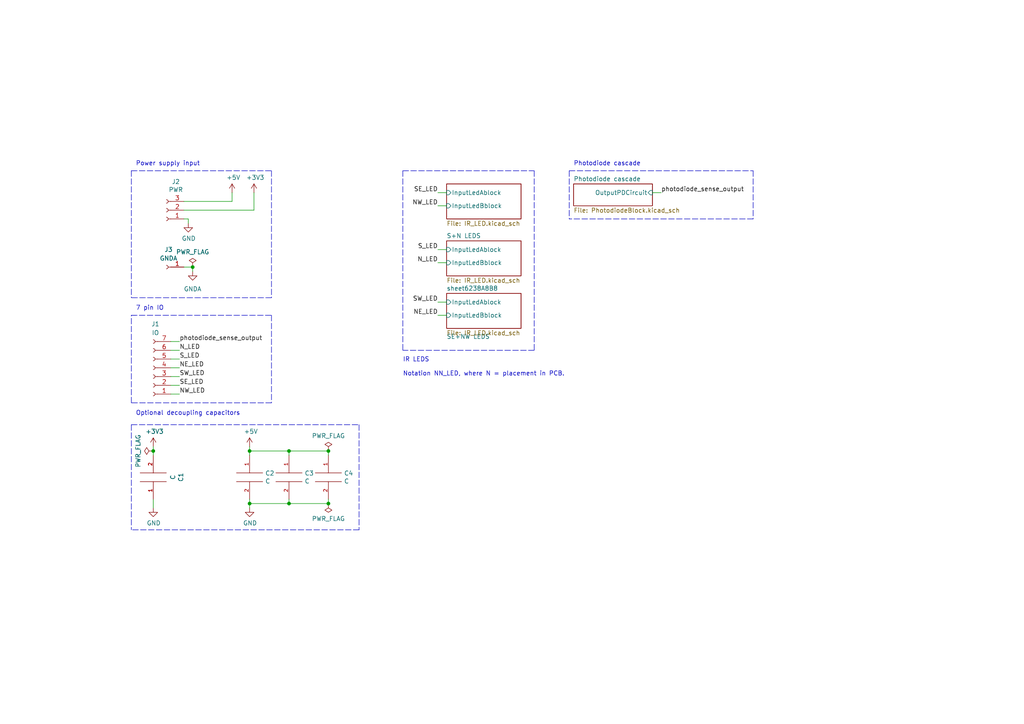
<source format=kicad_sch>
(kicad_sch (version 20211123) (generator eeschema)
  (paper "A4")
  (lib_symbols
    (symbol "Connector:Conn_01x01_Female" (pin_names (offset 1.016) hide)
      (property "Reference" "J" (at 0 2.54 0))
      (property "Value" "Conn_01x01_Female" (at 0 -2.54 0))
      (symbol "Conn_01x01_Female_1_1"
        (polyline (pts (xy -1.27 0) (xy -0.508 0)) (stroke (width 0.1524)))
        (arc (start 0 0.508) (mid -0.508 0) (end 0 -0.508) (stroke (width 0.1524)))
        (pin passive line (at -5.08 0 0) (length 3.81) (name "Pin_1") (number "1"))
      )
    )
    (symbol "Connector:Conn_01x03_Female" (pin_names (offset 1.016) hide)
      (property "Reference" "J" (at 0 5.08 0))
      (property "Value" "Conn_01x03_Female" (at 0 -5.08 0))
      (symbol "Conn_01x03_Female_1_1"
        (arc (start 0 -2.032) (mid -0.508 -2.54) (end 0 -3.048) (stroke (width 0.1524)))
        (polyline (pts (xy -1.27 -2.54) (xy -0.508 -2.54)) (stroke (width 0.1524)))
        (polyline (pts (xy -1.27 0) (xy -0.508 0)) (stroke (width 0.1524)))
        (polyline (pts (xy -1.27 2.54) (xy -0.508 2.54)) (stroke (width 0.1524)))
        (arc (start 0 0.508) (mid -0.508 0) (end 0 -0.508) (stroke (width 0.1524)))
        (arc (start 0 3.048) (mid -0.508 2.54) (end 0 2.032) (stroke (width 0.1524)))
        (pin passive line (at -5.08 2.54 0) (length 3.81) (name "Pin_1") (number "1"))
        (pin passive line (at -5.08 0 0) (length 3.81) (name "Pin_2") (number "2"))
        (pin passive line (at -5.08 -2.54 0) (length 3.81) (name "Pin_3") (number "3"))
      )
    )
    (symbol "Connector:Conn_01x07_Female" (pin_names (offset 1.016) hide)
      (property "Reference" "J" (at 0 10.16 0))
      (property "Value" "Conn_01x07_Female" (at 0 -10.16 0))
      (symbol "Conn_01x07_Female_1_1"
        (arc (start 0 -7.112) (mid -0.508 -7.62) (end 0 -8.128) (stroke (width 0.1524)))
        (arc (start 0 -4.572) (mid -0.508 -5.08) (end 0 -5.588) (stroke (width 0.1524)))
        (arc (start 0 -2.032) (mid -0.508 -2.54) (end 0 -3.048) (stroke (width 0.1524)))
        (polyline (pts (xy -1.27 -7.62) (xy -0.508 -7.62)) (stroke (width 0.1524)))
        (polyline (pts (xy -1.27 -5.08) (xy -0.508 -5.08)) (stroke (width 0.1524)))
        (polyline (pts (xy -1.27 -2.54) (xy -0.508 -2.54)) (stroke (width 0.1524)))
        (polyline (pts (xy -1.27 0) (xy -0.508 0)) (stroke (width 0.1524)))
        (polyline (pts (xy -1.27 2.54) (xy -0.508 2.54)) (stroke (width 0.1524)))
        (polyline (pts (xy -1.27 5.08) (xy -0.508 5.08)) (stroke (width 0.1524)))
        (polyline (pts (xy -1.27 7.62) (xy -0.508 7.62)) (stroke (width 0.1524)))
        (arc (start 0 0.508) (mid -0.508 0) (end 0 -0.508) (stroke (width 0.1524)))
        (arc (start 0 3.048) (mid -0.508 2.54) (end 0 2.032) (stroke (width 0.1524)))
        (arc (start 0 5.588) (mid -0.508 5.08) (end 0 4.572) (stroke (width 0.1524)))
        (arc (start 0 8.128) (mid -0.508 7.62) (end 0 7.112) (stroke (width 0.1524)))
        (pin passive line (at -5.08 7.62 0) (length 3.81) (name "Pin_1") (number "1"))
        (pin passive line (at -5.08 5.08 0) (length 3.81) (name "Pin_2") (number "2"))
        (pin passive line (at -5.08 2.54 0) (length 3.81) (name "Pin_3") (number "3"))
        (pin passive line (at -5.08 0 0) (length 3.81) (name "Pin_4") (number "4"))
        (pin passive line (at -5.08 -2.54 0) (length 3.81) (name "Pin_5") (number "5"))
        (pin passive line (at -5.08 -5.08 0) (length 3.81) (name "Pin_6") (number "6"))
        (pin passive line (at -5.08 -7.62 0) (length 3.81) (name "Pin_7") (number "7"))
      )
    )
    (symbol "power:+3.3V" (power) (pin_names (offset 0))
      (property "Value" "+3.3V" (at 0 3.556 0))
      (symbol "+3.3V_0_1"
        (polyline (pts (xy -0.762 1.27) (xy 0 2.54)))
        (polyline (pts (xy 0 0) (xy 0 2.54)))
        (polyline (pts (xy 0 2.54) (xy 0.762 1.27)))
      )
      (symbol "+3.3V_1_1"
        (pin power_in line (at 0 0 90) (length 0) hide (name "+3V3") (number "1"))
      )
    )
    (symbol "power:+5V" (power) (pin_names (offset 0))
      (property "Value" "+5V" (at 0 3.556 0))
      (symbol "+5V_0_1"
        (polyline (pts (xy -0.762 1.27) (xy 0 2.54)))
        (polyline (pts (xy 0 0) (xy 0 2.54)))
        (polyline (pts (xy 0 2.54) (xy 0.762 1.27)))
      )
      (symbol "+5V_1_1"
        (pin power_in line (at 0 0 90) (length 0) hide (name "+5V") (number "1"))
      )
    )
    (symbol "power:GND" (power) (pin_names (offset 0))
      (property "Value" "GND" (at 0 -3.81 0))
      (symbol "GND_0_1"
        (polyline (pts (xy 0 0) (xy 0 -1.27) (xy 1.27 -1.27) (xy 0 -2.54) (xy -1.27 -1.27) (xy 0 -1.27)))
      )
      (symbol "GND_1_1"
        (pin power_in line (at 0 0 270) (length 0) hide (name "GND") (number "1"))
      )
    )
    (symbol "power:GNDA" (power) (pin_names (offset 0))
      (property "Value" "GNDA" (at 0 -3.81 0))
      (symbol "GNDA_0_1"
        (polyline (pts (xy 0 0) (xy 0 -1.27) (xy 1.27 -1.27) (xy 0 -2.54) (xy -1.27 -1.27) (xy 0 -1.27)))
      )
      (symbol "GNDA_1_1"
        (pin power_in line (at 0 0 270) (length 0) hide (name "GNDA") (number "1"))
      )
    )
    (symbol "power:PWR_FLAG" (power) (pin_numbers hide) (pin_names (offset 0) hide)
      (property "Value" "PWR_FLAG" (at 0 3.81 0))
      (symbol "PWR_FLAG_0_0"
        (pin power_out line (at 0 0 90) (length 0) (name "pwr") (number "1"))
      )
      (symbol "PWR_FLAG_0_1"
        (polyline (pts (xy 0 0) (xy 0 1.27) (xy -1.016 1.905) (xy 0 2.54) (xy 1.016 1.905) (xy 0 1.27)))
      )
    )
    (symbol "pspice:C" (pin_names (offset 0.254))
      (property "Reference" "C" (at 2.54 3.81 90))
      (property "Value" "C" (at 2.54 -3.81 90))
      (symbol "C_0_1"
        (polyline (pts (xy -3.81 -1.27) (xy 3.81 -1.27)))
        (polyline (pts (xy -3.81 1.27) (xy 3.81 1.27)))
      )
      (symbol "C_1_1"
        (pin passive line (at 0 6.35 270) (length 5.08) (name "~") (number "1"))
        (pin passive line (at 0 -6.35 90) (length 5.08) (name "~") (number "2"))
      )
    )
  )
  (junction (at 95.25 146.05))
  (junction (at 72.39 130.81))
  (junction (at 83.82 146.05))
  (junction (at 55.88 77.47))
  (junction (at 83.82 130.81))
  (junction (at 72.39 146.05))
  (junction (at 44.45 130.81))
  (junction (at 95.25 130.81))
  (polyline (pts (xy 116.84 49.53) (xy 154.94 49.53)))
  (wire (pts (xy 127 55.88) (xy 129.54 55.88)))
  (wire (pts (xy 127 72.39) (xy 129.54 72.39)))
  (wire (pts (xy 55.88 77.47) (xy 55.88 78.74)))
  (wire (pts (xy 44.45 130.81) (xy 44.45 132.08)))
  (polyline (pts (xy 78.74 91.44) (xy 78.74 116.84)))
  (wire (pts (xy 95.25 132.08) (xy 95.25 130.81)))
  (wire (pts (xy 83.82 144.78) (xy 83.82 146.05)))
  (wire (pts (xy 72.39 146.05) (xy 83.82 146.05)))
  (wire (pts (xy 127 91.44) (xy 129.54 91.44)))
  (polyline (pts (xy 218.44 63.5) (xy 165.1 63.5)))
  (polyline (pts (xy 218.44 49.53) (xy 218.44 63.5)))
  (polyline (pts (xy 116.84 49.53) (xy 116.84 101.6)))
  (polyline (pts (xy 38.1 49.53) (xy 78.74 49.53)))
  (polyline (pts (xy 154.94 49.53) (xy 154.94 101.6)))
  (wire (pts (xy 49.53 106.68) (xy 52.07 106.68)))
  (wire (pts (xy 127 76.2) (xy 129.54 76.2)))
  (polyline (pts (xy 104.14 123.19) (xy 104.14 153.67)))
  (polyline (pts (xy 38.1 123.19) (xy 38.1 153.67)))
  (polyline (pts (xy 104.14 153.67) (xy 38.1 153.67)))
  (polyline (pts (xy 154.94 101.6) (xy 116.84 101.6)))
  (polyline (pts (xy 165.1 49.53) (xy 218.44 49.53)))
  (wire (pts (xy 44.45 144.78) (xy 44.45 147.32)))
  (polyline (pts (xy 38.1 116.84) (xy 38.1 91.44)))
  (polyline (pts (xy 78.74 86.36) (xy 38.1 86.36)))
  (wire (pts (xy 72.39 129.54) (xy 72.39 130.81)))
  (wire (pts (xy 53.34 77.47) (xy 55.88 77.47)))
  (wire (pts (xy 72.39 146.05) (xy 72.39 147.32)))
  (wire (pts (xy 95.25 146.05) (xy 95.25 144.78)))
  (polyline (pts (xy 38.1 91.44) (xy 78.74 91.44)))
  (wire (pts (xy 49.53 101.6) (xy 52.07 101.6)))
  (polyline (pts (xy 165.1 49.53) (xy 165.1 63.5)))
  (wire (pts (xy 53.34 60.96) (xy 73.66 60.96)))
  (polyline (pts (xy 78.74 49.53) (xy 78.74 86.36)))
  (polyline (pts (xy 38.1 123.19) (xy 104.14 123.19)))
  (wire (pts (xy 127 87.63) (xy 129.54 87.63)))
  (polyline (pts (xy 78.74 116.84) (xy 38.1 116.84)))
  (wire (pts (xy 44.45 129.54) (xy 44.45 130.81)))
  (wire (pts (xy 49.53 111.76) (xy 52.07 111.76)))
  (polyline (pts (xy 38.1 91.44) (xy 39.37 91.44)))
  (wire (pts (xy 127 59.69) (xy 129.54 59.69)))
  (wire (pts (xy 49.53 104.14) (xy 52.07 104.14)))
  (polyline (pts (xy 38.1 49.53) (xy 38.1 86.36)))
  (wire (pts (xy 95.25 130.81) (xy 83.82 130.81)))
  (wire (pts (xy 189.23 55.88) (xy 191.77 55.88)))
  (wire (pts (xy 72.39 130.81) (xy 72.39 132.08)))
  (wire (pts (xy 83.82 130.81) (xy 83.82 132.08)))
  (wire (pts (xy 67.31 55.88) (xy 67.31 58.42)))
  (wire (pts (xy 83.82 130.81) (xy 72.39 130.81)))
  (wire (pts (xy 54.61 64.77) (xy 54.61 63.5)))
  (wire (pts (xy 67.31 58.42) (xy 53.34 58.42)))
  (wire (pts (xy 49.53 114.3) (xy 52.07 114.3)))
  (wire (pts (xy 49.53 99.06) (xy 52.07 99.06)))
  (wire (pts (xy 83.82 146.05) (xy 95.25 146.05)))
  (wire (pts (xy 54.61 63.5) (xy 53.34 63.5)))
  (wire (pts (xy 73.66 60.96) (xy 73.66 55.88)))
  (wire (pts (xy 49.53 109.22) (xy 52.07 109.22)))
  (wire (pts (xy 72.39 144.78) (xy 72.39 146.05)))
  (text "7 pin IO" (at 39.37 90.17 0) (effects (font (size 1.27 1.27)) (justify left bottom)))
  (text "Optional decoupling capacitors" (at 39.37 120.65 0) (effects (font (size 1.27 1.27)) (justify left bottom)))
  (text "Photodiode cascade" (at 166.37 48.26 0) (effects (font (size 1.27 1.27)) (justify left bottom)))
  (text "Power supply input" (at 39.37 48.26 0) (effects (font (size 1.27 1.27)) (justify left bottom)))
  (text "IR LEDS\n\nNotation NN_LED, where N = placement in PCB." (at 116.84 109.22 0) (effects (font (size 1.27 1.27)) (justify left bottom)))
  (label "photodiode_sense_output" (at 191.77 55.88 0))
  (label "NE_LED" (at 127 91.44 180))
  (label "SE_LED" (at 127 55.88 180))
  (label "NE_LED" (at 52.07 106.68 0))
  (label "SW_LED" (at 127 87.63 180))
  (label "photodiode_sense_output" (at 52.07 99.06 0))
  (label "N_LED" (at 127 76.2 180))
  (label "SE_LED" (at 52.07 111.76 0))
  (label "SW_LED" (at 52.07 109.22 0))
  (label "N_LED" (at 52.07 101.6 0))
  (label "NW_LED" (at 127 59.69 180))
  (label "NW_LED" (at 52.07 114.3 0))
  (label "S_LED" (at 52.07 104.14 0))
  (label "S_LED" (at 127 72.39 180))
  (symbol (lib_id "pspice:C") (at 44.45 138.43 180) (unit 1)
    (property "Reference" "C1" (at 52.451 138.43 90))
    (property "Value" "C" (at 50.1396 138.43 90))
    (property "Footprint" "Capacitor_SMD:C_0805_2012Metric" (effects hide))
  )
  (symbol (lib_id "pspice:C") (at 72.39 138.43 0) (unit 1)
    (property "Reference" "C2" (at 76.9112 137.2616 0) (effects (justify left)))
    (property "Value" "C" (at 76.9112 139.573 0) (effects (justify left)))
    (property "Footprint" "Capacitor_SMD:C_0805_2012Metric" (effects hide))
  )
  (symbol (lib_id "pspice:C") (at 83.82 138.43 0) (unit 1)
    (property "Reference" "C3" (at 88.3412 137.2616 0) (effects (justify left)))
    (property "Value" "C" (at 88.3412 139.573 0) (effects (justify left)))
    (property "Footprint" "Capacitor_SMD:C_0805_2012Metric" (effects hide))
  )
  (symbol (lib_id "pspice:C") (at 95.25 138.43 0) (unit 1)
    (property "Reference" "C4" (at 99.7712 137.2616 0) (effects (justify left)))
    (property "Value" "C" (at 99.7712 139.573 0) (effects (justify left)))
    (property "Footprint" "Capacitor_SMD:C_0805_2012Metric" (effects hide))
  )
  (symbol (lib_id "Connector:Conn_01x03_Female") (at 48.26 60.96 180) (unit 1)
    (property "Reference" "J2" (at 51.0032 52.705 0))
    (property "Value" "PWR" (at 51.0032 55.0164 0))
    (property "Footprint" "Connector_PinSocket_2.54mm:PinSocket_1x03_P2.54mm_Vertical" (effects hide))
  )
  (symbol (lib_id "power:+5V") (at 72.39 129.54 0) (unit 1)
    (property "Reference" "#PWR02" (effects hide))
    (property "Value" "+5V" (at 72.771 125.1458 0))
  )
  (symbol (lib_id "power:+3.3V") (at 44.45 129.54 0) (unit 1)
    (property "Reference" "#PWR04" (effects hide))
    (property "Value" "+3.3V" (at 44.831 125.1458 0))
  )
  (symbol (lib_id "power:GND") (at 54.61 64.77 0) (unit 1)
    (property "Reference" "#PWR03" (effects hide))
    (property "Value" "GND" (at 54.737 69.1642 0))
  )
  (symbol (lib_id "power:PWR_FLAG") (at 95.25 146.05 180) (unit 1)
    (property "Reference" "#FLG01" (effects hide))
    (property "Value" "PWR_FLAG" (at 95.25 150.4442 0))
  )
  (symbol (lib_id "power:PWR_FLAG") (at 44.45 130.81 90) (unit 1)
    (property "Reference" "#FLG03" (effects hide))
    (property "Value" "PWR_FLAG" (at 40.0558 130.81 0))
  )
  (symbol (lib_id "power:PWR_FLAG") (at 95.25 130.81 0) (unit 1)
    (property "Reference" "#FLG02" (effects hide))
    (property "Value" "PWR_FLAG" (at 95.25 126.4158 0))
  )
  (symbol (lib_id "power:+5V") (at 67.31 55.88 0) (unit 1)
    (property "Reference" "#PWR?" (effects hide))
    (property "Value" "+5V" (at 67.691 51.4858 0))
  )
  (symbol (lib_id "power:GNDA") (at 55.88 78.74 0) (unit 1)
    (property "Reference" "#PWR01" (effects hide))
    (property "Value" "GNDA" (at 55.88 83.82 0))
  )
  (symbol (lib_id "Connector:Conn_01x07_Female") (at 44.45 106.68 180) (unit 1)
    (property "Reference" "J1" (at 45.085 93.98 0))
    (property "Value" "IO" (at 45.085 96.52 0))
    (property "Footprint" "Connector_PinSocket_2.54mm:PinSocket_1x07_P2.54mm_Vertical" (effects hide))
  )
  (symbol (lib_id "power:PWR_FLAG") (at 55.88 77.47 0) (unit 1)
    (property "Reference" "#FLG?" (effects hide))
    (property "Value" "PWR_FLAG" (at 55.88 73.0758 0))
  )
  (symbol (lib_id "power:+3.3V") (at 73.66 55.88 0) (unit 1)
    (property "Reference" "#PWR?" (effects hide))
    (property "Value" "+3.3V" (at 74.041 51.4858 0))
  )
  (symbol (lib_id "Connector:Conn_01x01_Female") (at 48.26 77.47 180) (unit 1)
    (property "Reference" "J3" (at 48.895 72.39 0))
    (property "Value" "GNDA" (at 48.895 74.93 0))
    (property "Footprint" "Connector_Wire:SolderWire-2.5sqmm_1x01_D2.4mm_OD3.6mm" (effects hide))
  )
  (symbol (lib_id "power:GND") (at 44.45 147.32 0) (unit 1)
    (property "Reference" "#PWR?" (effects hide))
    (property "Value" "GND" (at 44.577 151.7142 0))
  )
  (symbol (lib_id "power:GND") (at 72.39 147.32 0) (unit 1)
    (property "Reference" "#PWR?" (effects hide))
    (property "Value" "GND" (at 72.517 151.7142 0))
  )
  (sheet (at 129.54 53.34) (size 21.59 10.16)
    (property "Sheet name" "SE+NW LEDS" (at 129.54 98.3484 0) (effects (justify left bottom)))
    (property "Sheet file" "IR_LED.kicad_sch" (at 129.54 64.0846 0) (effects (justify left top)))
    (pin "InputLedAblock" input (at 129.54 55.88 180))
    (pin "InputLedBblock" input (at 129.54 59.69 180))
  )
  (sheet (at 129.54 69.85) (size 21.59 10.16)
    (property "Sheet name" "S+N LEDS" (at 129.54 69.1384 0) (effects (justify left bottom)))
    (property "Sheet file" "IR_LED.kicad_sch" (at 129.54 80.5946 0) (effects (justify left top)))
    (pin "InputLedAblock" input (at 129.54 72.39 180))
    (pin "InputLedBblock" input (at 129.54 76.2 180))
  )
  (sheet (at 129.54 85.09) (size 21.59 10.16)
    (property "Sheet name" "sheet6238A8B8" (at 129.54 84.3784 0) (effects (justify left bottom)))
    (property "Sheet file" "IR_LED.kicad_sch" (at 129.54 95.8346 0) (effects (justify left top)))
    (pin "InputLedAblock" input (at 129.54 87.63 180))
    (pin "InputLedBblock" input (at 129.54 91.44 180))
  )
  (sheet (at 166.37 53.34) (size 22.86 6.35)
    (property "Sheet name" "Photodiode cascade" (at 166.37 52.6284 0) (effects (justify left bottom)))
    (property "Sheet file" "PhotodiodeBlock.kicad_sch" (at 166.37 60.2746 0) (effects (justify left top)))
    (pin "OutputPDCircuit" input (at 189.23 55.88 0))
  )
)
</source>
